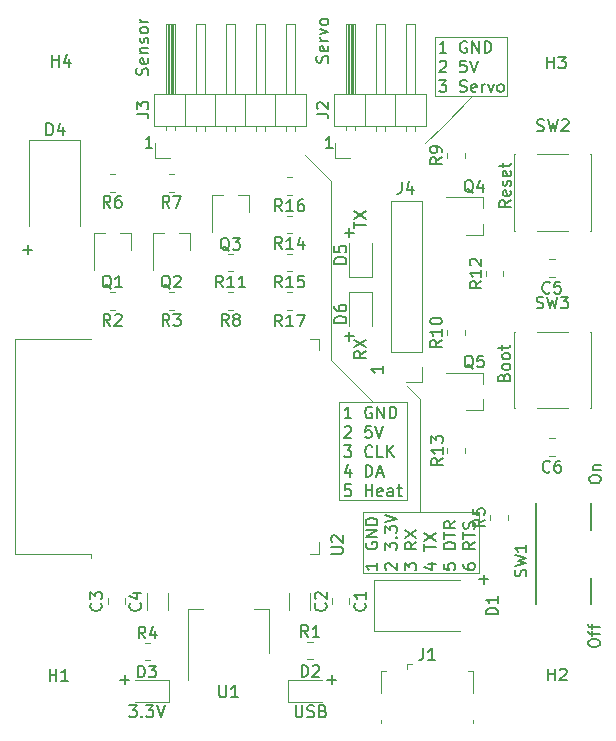
<source format=gbr>
%TF.GenerationSoftware,KiCad,Pcbnew,(5.1.10-1-10_14)*%
%TF.CreationDate,2021-06-24T14:46:10+02:00*%
%TF.ProjectId,RespiratorIF,52657370-6972-4617-946f-7249462e6b69,0.7*%
%TF.SameCoordinates,Original*%
%TF.FileFunction,Legend,Top*%
%TF.FilePolarity,Positive*%
%FSLAX46Y46*%
G04 Gerber Fmt 4.6, Leading zero omitted, Abs format (unit mm)*
G04 Created by KiCad (PCBNEW (5.1.10-1-10_14)) date 2021-06-24 14:46:10*
%MOMM*%
%LPD*%
G01*
G04 APERTURE LIST*
%ADD10C,0.150000*%
%ADD11C,0.120000*%
G04 APERTURE END LIST*
D10*
X166132980Y-77839295D02*
X165656790Y-78172628D01*
X166132980Y-78410723D02*
X165132980Y-78410723D01*
X165132980Y-78029771D01*
X165180600Y-77934533D01*
X165228219Y-77886914D01*
X165323457Y-77839295D01*
X165466314Y-77839295D01*
X165561552Y-77886914D01*
X165609171Y-77934533D01*
X165656790Y-78029771D01*
X165656790Y-78410723D01*
X166085361Y-77029771D02*
X166132980Y-77125009D01*
X166132980Y-77315485D01*
X166085361Y-77410723D01*
X165990123Y-77458342D01*
X165609171Y-77458342D01*
X165513933Y-77410723D01*
X165466314Y-77315485D01*
X165466314Y-77125009D01*
X165513933Y-77029771D01*
X165609171Y-76982152D01*
X165704409Y-76982152D01*
X165799647Y-77458342D01*
X166085361Y-76601200D02*
X166132980Y-76505961D01*
X166132980Y-76315485D01*
X166085361Y-76220247D01*
X165990123Y-76172628D01*
X165942504Y-76172628D01*
X165847266Y-76220247D01*
X165799647Y-76315485D01*
X165799647Y-76458342D01*
X165752028Y-76553580D01*
X165656790Y-76601200D01*
X165609171Y-76601200D01*
X165513933Y-76553580D01*
X165466314Y-76458342D01*
X165466314Y-76315485D01*
X165513933Y-76220247D01*
X166085361Y-75363104D02*
X166132980Y-75458342D01*
X166132980Y-75648819D01*
X166085361Y-75744057D01*
X165990123Y-75791676D01*
X165609171Y-75791676D01*
X165513933Y-75744057D01*
X165466314Y-75648819D01*
X165466314Y-75458342D01*
X165513933Y-75363104D01*
X165609171Y-75315485D01*
X165704409Y-75315485D01*
X165799647Y-75791676D01*
X165466314Y-75029771D02*
X165466314Y-74648819D01*
X165132980Y-74886914D02*
X165990123Y-74886914D01*
X166085361Y-74839295D01*
X166132980Y-74744057D01*
X166132980Y-74648819D01*
X165558371Y-92807847D02*
X165605990Y-92664990D01*
X165653609Y-92617371D01*
X165748847Y-92569752D01*
X165891704Y-92569752D01*
X165986942Y-92617371D01*
X166034561Y-92664990D01*
X166082180Y-92760228D01*
X166082180Y-93141180D01*
X165082180Y-93141180D01*
X165082180Y-92807847D01*
X165129800Y-92712609D01*
X165177419Y-92664990D01*
X165272657Y-92617371D01*
X165367895Y-92617371D01*
X165463133Y-92664990D01*
X165510752Y-92712609D01*
X165558371Y-92807847D01*
X165558371Y-93141180D01*
X166082180Y-91998323D02*
X166034561Y-92093561D01*
X165986942Y-92141180D01*
X165891704Y-92188800D01*
X165605990Y-92188800D01*
X165510752Y-92141180D01*
X165463133Y-92093561D01*
X165415514Y-91998323D01*
X165415514Y-91855466D01*
X165463133Y-91760228D01*
X165510752Y-91712609D01*
X165605990Y-91664990D01*
X165891704Y-91664990D01*
X165986942Y-91712609D01*
X166034561Y-91760228D01*
X166082180Y-91855466D01*
X166082180Y-91998323D01*
X166082180Y-91093561D02*
X166034561Y-91188800D01*
X165986942Y-91236419D01*
X165891704Y-91284038D01*
X165605990Y-91284038D01*
X165510752Y-91236419D01*
X165463133Y-91188800D01*
X165415514Y-91093561D01*
X165415514Y-90950704D01*
X165463133Y-90855466D01*
X165510752Y-90807847D01*
X165605990Y-90760228D01*
X165891704Y-90760228D01*
X165986942Y-90807847D01*
X166034561Y-90855466D01*
X166082180Y-90950704D01*
X166082180Y-91093561D01*
X165415514Y-90474514D02*
X165415514Y-90093561D01*
X165082180Y-90331657D02*
X165939323Y-90331657D01*
X166034561Y-90284038D01*
X166082180Y-90188800D01*
X166082180Y-90093561D01*
X124862847Y-82032028D02*
X125624752Y-82032028D01*
X125243800Y-82412980D02*
X125243800Y-81651076D01*
X152066247Y-89321828D02*
X152828152Y-89321828D01*
X152447200Y-89702780D02*
X152447200Y-88940876D01*
X150593047Y-118430228D02*
X151354952Y-118430228D01*
X150974000Y-118811180D02*
X150974000Y-118049276D01*
X163445447Y-109895828D02*
X164207352Y-109895828D01*
X163826400Y-110276780D02*
X163826400Y-109514876D01*
X133067047Y-118404828D02*
X133828952Y-118404828D01*
X133448000Y-118785780D02*
X133448000Y-118023876D01*
X152066247Y-80584228D02*
X152828152Y-80584228D01*
X152447200Y-80965180D02*
X152447200Y-80203276D01*
X154845180Y-108533195D02*
X154845180Y-109104623D01*
X154845180Y-108818909D02*
X153845180Y-108818909D01*
X153988038Y-108914147D01*
X154083276Y-109009385D01*
X154130895Y-109104623D01*
X153892800Y-106818909D02*
X153845180Y-106914147D01*
X153845180Y-107057004D01*
X153892800Y-107199861D01*
X153988038Y-107295100D01*
X154083276Y-107342719D01*
X154273752Y-107390338D01*
X154416609Y-107390338D01*
X154607085Y-107342719D01*
X154702323Y-107295100D01*
X154797561Y-107199861D01*
X154845180Y-107057004D01*
X154845180Y-106961766D01*
X154797561Y-106818909D01*
X154749942Y-106771290D01*
X154416609Y-106771290D01*
X154416609Y-106961766D01*
X154845180Y-106342719D02*
X153845180Y-106342719D01*
X154845180Y-105771290D01*
X153845180Y-105771290D01*
X154845180Y-105295100D02*
X153845180Y-105295100D01*
X153845180Y-105057004D01*
X153892800Y-104914147D01*
X153988038Y-104818909D01*
X154083276Y-104771290D01*
X154273752Y-104723671D01*
X154416609Y-104723671D01*
X154607085Y-104771290D01*
X154702323Y-104818909D01*
X154797561Y-104914147D01*
X154845180Y-105057004D01*
X154845180Y-105295100D01*
X155590419Y-109104623D02*
X155542800Y-109057004D01*
X155495180Y-108961766D01*
X155495180Y-108723671D01*
X155542800Y-108628433D01*
X155590419Y-108580814D01*
X155685657Y-108533195D01*
X155780895Y-108533195D01*
X155923752Y-108580814D01*
X156495180Y-109152242D01*
X156495180Y-108533195D01*
X155495180Y-107437957D02*
X155495180Y-106818909D01*
X155876133Y-107152242D01*
X155876133Y-107009385D01*
X155923752Y-106914147D01*
X155971371Y-106866528D01*
X156066609Y-106818909D01*
X156304704Y-106818909D01*
X156399942Y-106866528D01*
X156447561Y-106914147D01*
X156495180Y-107009385D01*
X156495180Y-107295100D01*
X156447561Y-107390338D01*
X156399942Y-107437957D01*
X156399942Y-106390338D02*
X156447561Y-106342719D01*
X156495180Y-106390338D01*
X156447561Y-106437957D01*
X156399942Y-106390338D01*
X156495180Y-106390338D01*
X155495180Y-106009385D02*
X155495180Y-105390338D01*
X155876133Y-105723671D01*
X155876133Y-105580814D01*
X155923752Y-105485576D01*
X155971371Y-105437957D01*
X156066609Y-105390338D01*
X156304704Y-105390338D01*
X156399942Y-105437957D01*
X156447561Y-105485576D01*
X156495180Y-105580814D01*
X156495180Y-105866528D01*
X156447561Y-105961766D01*
X156399942Y-106009385D01*
X155495180Y-105104623D02*
X156495180Y-104771290D01*
X155495180Y-104437957D01*
X157145180Y-109152242D02*
X157145180Y-108533195D01*
X157526133Y-108866528D01*
X157526133Y-108723671D01*
X157573752Y-108628433D01*
X157621371Y-108580814D01*
X157716609Y-108533195D01*
X157954704Y-108533195D01*
X158049942Y-108580814D01*
X158097561Y-108628433D01*
X158145180Y-108723671D01*
X158145180Y-109009385D01*
X158097561Y-109104623D01*
X158049942Y-109152242D01*
X158145180Y-106771290D02*
X157668990Y-107104623D01*
X158145180Y-107342719D02*
X157145180Y-107342719D01*
X157145180Y-106961766D01*
X157192800Y-106866528D01*
X157240419Y-106818909D01*
X157335657Y-106771290D01*
X157478514Y-106771290D01*
X157573752Y-106818909D01*
X157621371Y-106866528D01*
X157668990Y-106961766D01*
X157668990Y-107342719D01*
X157145180Y-106437957D02*
X158145180Y-105771290D01*
X157145180Y-105771290D02*
X158145180Y-106437957D01*
X159128514Y-108628433D02*
X159795180Y-108628433D01*
X158747561Y-108866528D02*
X159461847Y-109104623D01*
X159461847Y-108485576D01*
X158795180Y-107485576D02*
X158795180Y-106914147D01*
X159795180Y-107199861D02*
X158795180Y-107199861D01*
X158795180Y-106676052D02*
X159795180Y-106009385D01*
X158795180Y-106009385D02*
X159795180Y-106676052D01*
X160445180Y-108580814D02*
X160445180Y-109057004D01*
X160921371Y-109104623D01*
X160873752Y-109057004D01*
X160826133Y-108961766D01*
X160826133Y-108723671D01*
X160873752Y-108628433D01*
X160921371Y-108580814D01*
X161016609Y-108533195D01*
X161254704Y-108533195D01*
X161349942Y-108580814D01*
X161397561Y-108628433D01*
X161445180Y-108723671D01*
X161445180Y-108961766D01*
X161397561Y-109057004D01*
X161349942Y-109104623D01*
X161445180Y-107342719D02*
X160445180Y-107342719D01*
X160445180Y-107104623D01*
X160492800Y-106961766D01*
X160588038Y-106866528D01*
X160683276Y-106818909D01*
X160873752Y-106771290D01*
X161016609Y-106771290D01*
X161207085Y-106818909D01*
X161302323Y-106866528D01*
X161397561Y-106961766D01*
X161445180Y-107104623D01*
X161445180Y-107342719D01*
X160445180Y-106485576D02*
X160445180Y-105914147D01*
X161445180Y-106199861D02*
X160445180Y-106199861D01*
X161445180Y-105009385D02*
X160968990Y-105342719D01*
X161445180Y-105580814D02*
X160445180Y-105580814D01*
X160445180Y-105199861D01*
X160492800Y-105104623D01*
X160540419Y-105057004D01*
X160635657Y-105009385D01*
X160778514Y-105009385D01*
X160873752Y-105057004D01*
X160921371Y-105104623D01*
X160968990Y-105199861D01*
X160968990Y-105580814D01*
X162095180Y-108628433D02*
X162095180Y-108818909D01*
X162142800Y-108914147D01*
X162190419Y-108961766D01*
X162333276Y-109057004D01*
X162523752Y-109104623D01*
X162904704Y-109104623D01*
X162999942Y-109057004D01*
X163047561Y-109009385D01*
X163095180Y-108914147D01*
X163095180Y-108723671D01*
X163047561Y-108628433D01*
X162999942Y-108580814D01*
X162904704Y-108533195D01*
X162666609Y-108533195D01*
X162571371Y-108580814D01*
X162523752Y-108628433D01*
X162476133Y-108723671D01*
X162476133Y-108914147D01*
X162523752Y-109009385D01*
X162571371Y-109057004D01*
X162666609Y-109104623D01*
X163095180Y-106771290D02*
X162618990Y-107104623D01*
X163095180Y-107342719D02*
X162095180Y-107342719D01*
X162095180Y-106961766D01*
X162142800Y-106866528D01*
X162190419Y-106818909D01*
X162285657Y-106771290D01*
X162428514Y-106771290D01*
X162523752Y-106818909D01*
X162571371Y-106866528D01*
X162618990Y-106961766D01*
X162618990Y-107342719D01*
X162095180Y-106485576D02*
X162095180Y-105914147D01*
X163095180Y-106199861D02*
X162095180Y-106199861D01*
X163047561Y-105628433D02*
X163095180Y-105485576D01*
X163095180Y-105247480D01*
X163047561Y-105152242D01*
X162999942Y-105104623D01*
X162904704Y-105057004D01*
X162809466Y-105057004D01*
X162714228Y-105104623D01*
X162666609Y-105152242D01*
X162618990Y-105247480D01*
X162571371Y-105437957D01*
X162523752Y-105533195D01*
X162476133Y-105580814D01*
X162380895Y-105628433D01*
X162285657Y-105628433D01*
X162190419Y-105580814D01*
X162142800Y-105533195D01*
X162095180Y-105437957D01*
X162095180Y-105199861D01*
X162142800Y-105057004D01*
D11*
X154453800Y-94889200D02*
X150897800Y-91333200D01*
X160372000Y-71495800D02*
X162861200Y-69006600D01*
X158898800Y-72969000D02*
X160372000Y-71495800D01*
D10*
X150616761Y-66164742D02*
X150664380Y-66021885D01*
X150664380Y-65783790D01*
X150616761Y-65688552D01*
X150569142Y-65640933D01*
X150473904Y-65593314D01*
X150378666Y-65593314D01*
X150283428Y-65640933D01*
X150235809Y-65688552D01*
X150188190Y-65783790D01*
X150140571Y-65974266D01*
X150092952Y-66069504D01*
X150045333Y-66117123D01*
X149950095Y-66164742D01*
X149854857Y-66164742D01*
X149759619Y-66117123D01*
X149712000Y-66069504D01*
X149664380Y-65974266D01*
X149664380Y-65736171D01*
X149712000Y-65593314D01*
X150616761Y-64783790D02*
X150664380Y-64879028D01*
X150664380Y-65069504D01*
X150616761Y-65164742D01*
X150521523Y-65212361D01*
X150140571Y-65212361D01*
X150045333Y-65164742D01*
X149997714Y-65069504D01*
X149997714Y-64879028D01*
X150045333Y-64783790D01*
X150140571Y-64736171D01*
X150235809Y-64736171D01*
X150331047Y-65212361D01*
X150664380Y-64307600D02*
X149997714Y-64307600D01*
X150188190Y-64307600D02*
X150092952Y-64259980D01*
X150045333Y-64212361D01*
X149997714Y-64117123D01*
X149997714Y-64021885D01*
X149997714Y-63783790D02*
X150664380Y-63545695D01*
X149997714Y-63307600D01*
X150664380Y-62783790D02*
X150616761Y-62879028D01*
X150569142Y-62926647D01*
X150473904Y-62974266D01*
X150188190Y-62974266D01*
X150092952Y-62926647D01*
X150045333Y-62879028D01*
X149997714Y-62783790D01*
X149997714Y-62640933D01*
X150045333Y-62545695D01*
X150092952Y-62498076D01*
X150188190Y-62450457D01*
X150473904Y-62450457D01*
X150569142Y-62498076D01*
X150616761Y-62545695D01*
X150664380Y-62640933D01*
X150664380Y-62783790D01*
X135376761Y-67199733D02*
X135424380Y-67056876D01*
X135424380Y-66818780D01*
X135376761Y-66723542D01*
X135329142Y-66675923D01*
X135233904Y-66628304D01*
X135138666Y-66628304D01*
X135043428Y-66675923D01*
X134995809Y-66723542D01*
X134948190Y-66818780D01*
X134900571Y-67009257D01*
X134852952Y-67104495D01*
X134805333Y-67152114D01*
X134710095Y-67199733D01*
X134614857Y-67199733D01*
X134519619Y-67152114D01*
X134472000Y-67104495D01*
X134424380Y-67009257D01*
X134424380Y-66771161D01*
X134472000Y-66628304D01*
X135376761Y-65818780D02*
X135424380Y-65914019D01*
X135424380Y-66104495D01*
X135376761Y-66199733D01*
X135281523Y-66247352D01*
X134900571Y-66247352D01*
X134805333Y-66199733D01*
X134757714Y-66104495D01*
X134757714Y-65914019D01*
X134805333Y-65818780D01*
X134900571Y-65771161D01*
X134995809Y-65771161D01*
X135091047Y-66247352D01*
X134757714Y-65342590D02*
X135424380Y-65342590D01*
X134852952Y-65342590D02*
X134805333Y-65294971D01*
X134757714Y-65199733D01*
X134757714Y-65056876D01*
X134805333Y-64961638D01*
X134900571Y-64914019D01*
X135424380Y-64914019D01*
X135376761Y-64485447D02*
X135424380Y-64390209D01*
X135424380Y-64199733D01*
X135376761Y-64104495D01*
X135281523Y-64056876D01*
X135233904Y-64056876D01*
X135138666Y-64104495D01*
X135091047Y-64199733D01*
X135091047Y-64342590D01*
X135043428Y-64437828D01*
X134948190Y-64485447D01*
X134900571Y-64485447D01*
X134805333Y-64437828D01*
X134757714Y-64342590D01*
X134757714Y-64199733D01*
X134805333Y-64104495D01*
X135424380Y-63485447D02*
X135376761Y-63580685D01*
X135329142Y-63628304D01*
X135233904Y-63675923D01*
X134948190Y-63675923D01*
X134852952Y-63628304D01*
X134805333Y-63580685D01*
X134757714Y-63485447D01*
X134757714Y-63342590D01*
X134805333Y-63247352D01*
X134852952Y-63199733D01*
X134948190Y-63152114D01*
X135233904Y-63152114D01*
X135329142Y-63199733D01*
X135376761Y-63247352D01*
X135424380Y-63342590D01*
X135424380Y-63485447D01*
X135424380Y-62723542D02*
X134757714Y-62723542D01*
X134948190Y-62723542D02*
X134852952Y-62675923D01*
X134805333Y-62628304D01*
X134757714Y-62533066D01*
X134757714Y-62437828D01*
D11*
X158467000Y-94686000D02*
X158467000Y-95219400D01*
X157324000Y-93543000D02*
X158467000Y-94686000D01*
X158467000Y-104185600D02*
X158467000Y-95219400D01*
X159711600Y-64027800D02*
X159711600Y-64104000D01*
X165833000Y-64027800D02*
X159711600Y-64027800D01*
X165833000Y-69006200D02*
X165833000Y-64027800D01*
X159711600Y-69006200D02*
X165833000Y-69006200D01*
X159711600Y-64053200D02*
X159711600Y-69006200D01*
X150897800Y-76169400D02*
X150897800Y-91333200D01*
X148713400Y-73985000D02*
X150897800Y-76169400D01*
X153590200Y-104185600D02*
X153590200Y-109418000D01*
X163420000Y-104185600D02*
X153590200Y-104185600D01*
X163420000Y-109418000D02*
X163420000Y-104185600D01*
X153590200Y-109418000D02*
X163420000Y-109418000D01*
X157324000Y-94889200D02*
X151609000Y-94889200D01*
X157324000Y-103224658D02*
X157324000Y-94889200D01*
X151614285Y-103224658D02*
X157324000Y-103224658D01*
X151609000Y-94889200D02*
X151614285Y-103224658D01*
D10*
X152646204Y-96283380D02*
X152074776Y-96283380D01*
X152360490Y-96283380D02*
X152360490Y-95283380D01*
X152265252Y-95426238D01*
X152170014Y-95521476D01*
X152074776Y-95569095D01*
X154360490Y-95331000D02*
X154265252Y-95283380D01*
X154122395Y-95283380D01*
X153979538Y-95331000D01*
X153884300Y-95426238D01*
X153836680Y-95521476D01*
X153789061Y-95711952D01*
X153789061Y-95854809D01*
X153836680Y-96045285D01*
X153884300Y-96140523D01*
X153979538Y-96235761D01*
X154122395Y-96283380D01*
X154217633Y-96283380D01*
X154360490Y-96235761D01*
X154408109Y-96188142D01*
X154408109Y-95854809D01*
X154217633Y-95854809D01*
X154836680Y-96283380D02*
X154836680Y-95283380D01*
X155408109Y-96283380D01*
X155408109Y-95283380D01*
X155884300Y-96283380D02*
X155884300Y-95283380D01*
X156122395Y-95283380D01*
X156265252Y-95331000D01*
X156360490Y-95426238D01*
X156408109Y-95521476D01*
X156455728Y-95711952D01*
X156455728Y-95854809D01*
X156408109Y-96045285D01*
X156360490Y-96140523D01*
X156265252Y-96235761D01*
X156122395Y-96283380D01*
X155884300Y-96283380D01*
X152074776Y-97028619D02*
X152122395Y-96981000D01*
X152217633Y-96933380D01*
X152455728Y-96933380D01*
X152550966Y-96981000D01*
X152598585Y-97028619D01*
X152646204Y-97123857D01*
X152646204Y-97219095D01*
X152598585Y-97361952D01*
X152027157Y-97933380D01*
X152646204Y-97933380D01*
X154312871Y-96933380D02*
X153836680Y-96933380D01*
X153789061Y-97409571D01*
X153836680Y-97361952D01*
X153931919Y-97314333D01*
X154170014Y-97314333D01*
X154265252Y-97361952D01*
X154312871Y-97409571D01*
X154360490Y-97504809D01*
X154360490Y-97742904D01*
X154312871Y-97838142D01*
X154265252Y-97885761D01*
X154170014Y-97933380D01*
X153931919Y-97933380D01*
X153836680Y-97885761D01*
X153789061Y-97838142D01*
X154646204Y-96933380D02*
X154979538Y-97933380D01*
X155312871Y-96933380D01*
X152027157Y-98583380D02*
X152646204Y-98583380D01*
X152312871Y-98964333D01*
X152455728Y-98964333D01*
X152550966Y-99011952D01*
X152598585Y-99059571D01*
X152646204Y-99154809D01*
X152646204Y-99392904D01*
X152598585Y-99488142D01*
X152550966Y-99535761D01*
X152455728Y-99583380D01*
X152170014Y-99583380D01*
X152074776Y-99535761D01*
X152027157Y-99488142D01*
X154408109Y-99488142D02*
X154360490Y-99535761D01*
X154217633Y-99583380D01*
X154122395Y-99583380D01*
X153979538Y-99535761D01*
X153884300Y-99440523D01*
X153836680Y-99345285D01*
X153789061Y-99154809D01*
X153789061Y-99011952D01*
X153836680Y-98821476D01*
X153884300Y-98726238D01*
X153979538Y-98631000D01*
X154122395Y-98583380D01*
X154217633Y-98583380D01*
X154360490Y-98631000D01*
X154408109Y-98678619D01*
X155312871Y-99583380D02*
X154836680Y-99583380D01*
X154836680Y-98583380D01*
X155646204Y-99583380D02*
X155646204Y-98583380D01*
X156217633Y-99583380D02*
X155789061Y-99011952D01*
X156217633Y-98583380D02*
X155646204Y-99154809D01*
X152550966Y-100566714D02*
X152550966Y-101233380D01*
X152312871Y-100185761D02*
X152074776Y-100900047D01*
X152693823Y-100900047D01*
X153836680Y-101233380D02*
X153836680Y-100233380D01*
X154074776Y-100233380D01*
X154217633Y-100281000D01*
X154312871Y-100376238D01*
X154360490Y-100471476D01*
X154408109Y-100661952D01*
X154408109Y-100804809D01*
X154360490Y-100995285D01*
X154312871Y-101090523D01*
X154217633Y-101185761D01*
X154074776Y-101233380D01*
X153836680Y-101233380D01*
X154789061Y-100947666D02*
X155265252Y-100947666D01*
X154693823Y-101233380D02*
X155027157Y-100233380D01*
X155360490Y-101233380D01*
X152598585Y-101883380D02*
X152122395Y-101883380D01*
X152074776Y-102359571D01*
X152122395Y-102311952D01*
X152217633Y-102264333D01*
X152455728Y-102264333D01*
X152550966Y-102311952D01*
X152598585Y-102359571D01*
X152646204Y-102454809D01*
X152646204Y-102692904D01*
X152598585Y-102788142D01*
X152550966Y-102835761D01*
X152455728Y-102883380D01*
X152217633Y-102883380D01*
X152122395Y-102835761D01*
X152074776Y-102788142D01*
X153836680Y-102883380D02*
X153836680Y-101883380D01*
X153836680Y-102359571D02*
X154408109Y-102359571D01*
X154408109Y-102883380D02*
X154408109Y-101883380D01*
X155265252Y-102835761D02*
X155170014Y-102883380D01*
X154979538Y-102883380D01*
X154884300Y-102835761D01*
X154836680Y-102740523D01*
X154836680Y-102359571D01*
X154884300Y-102264333D01*
X154979538Y-102216714D01*
X155170014Y-102216714D01*
X155265252Y-102264333D01*
X155312871Y-102359571D01*
X155312871Y-102454809D01*
X154836680Y-102550047D01*
X156170014Y-102883380D02*
X156170014Y-102359571D01*
X156122395Y-102264333D01*
X156027157Y-102216714D01*
X155836680Y-102216714D01*
X155741442Y-102264333D01*
X156170014Y-102835761D02*
X156074776Y-102883380D01*
X155836680Y-102883380D01*
X155741442Y-102835761D01*
X155693823Y-102740523D01*
X155693823Y-102645285D01*
X155741442Y-102550047D01*
X155836680Y-102502428D01*
X156074776Y-102502428D01*
X156170014Y-102454809D01*
X156503347Y-102216714D02*
X156884300Y-102216714D01*
X156646204Y-101883380D02*
X156646204Y-102740523D01*
X156693823Y-102835761D01*
X156789061Y-102883380D01*
X156884300Y-102883380D01*
X151056514Y-73395980D02*
X150485085Y-73395980D01*
X150770800Y-73395980D02*
X150770800Y-72395980D01*
X150675561Y-72538838D01*
X150580323Y-72634076D01*
X150485085Y-72681695D01*
X160672604Y-65344780D02*
X160101176Y-65344780D01*
X160386890Y-65344780D02*
X160386890Y-64344780D01*
X160291652Y-64487638D01*
X160196414Y-64582876D01*
X160101176Y-64630495D01*
X162386890Y-64392400D02*
X162291652Y-64344780D01*
X162148795Y-64344780D01*
X162005938Y-64392400D01*
X161910700Y-64487638D01*
X161863080Y-64582876D01*
X161815461Y-64773352D01*
X161815461Y-64916209D01*
X161863080Y-65106685D01*
X161910700Y-65201923D01*
X162005938Y-65297161D01*
X162148795Y-65344780D01*
X162244033Y-65344780D01*
X162386890Y-65297161D01*
X162434509Y-65249542D01*
X162434509Y-64916209D01*
X162244033Y-64916209D01*
X162863080Y-65344780D02*
X162863080Y-64344780D01*
X163434509Y-65344780D01*
X163434509Y-64344780D01*
X163910700Y-65344780D02*
X163910700Y-64344780D01*
X164148795Y-64344780D01*
X164291652Y-64392400D01*
X164386890Y-64487638D01*
X164434509Y-64582876D01*
X164482128Y-64773352D01*
X164482128Y-64916209D01*
X164434509Y-65106685D01*
X164386890Y-65201923D01*
X164291652Y-65297161D01*
X164148795Y-65344780D01*
X163910700Y-65344780D01*
X160101176Y-66090019D02*
X160148795Y-66042400D01*
X160244033Y-65994780D01*
X160482128Y-65994780D01*
X160577366Y-66042400D01*
X160624985Y-66090019D01*
X160672604Y-66185257D01*
X160672604Y-66280495D01*
X160624985Y-66423352D01*
X160053557Y-66994780D01*
X160672604Y-66994780D01*
X162339271Y-65994780D02*
X161863080Y-65994780D01*
X161815461Y-66470971D01*
X161863080Y-66423352D01*
X161958319Y-66375733D01*
X162196414Y-66375733D01*
X162291652Y-66423352D01*
X162339271Y-66470971D01*
X162386890Y-66566209D01*
X162386890Y-66804304D01*
X162339271Y-66899542D01*
X162291652Y-66947161D01*
X162196414Y-66994780D01*
X161958319Y-66994780D01*
X161863080Y-66947161D01*
X161815461Y-66899542D01*
X162672604Y-65994780D02*
X163005938Y-66994780D01*
X163339271Y-65994780D01*
X160053557Y-67644780D02*
X160672604Y-67644780D01*
X160339271Y-68025733D01*
X160482128Y-68025733D01*
X160577366Y-68073352D01*
X160624985Y-68120971D01*
X160672604Y-68216209D01*
X160672604Y-68454304D01*
X160624985Y-68549542D01*
X160577366Y-68597161D01*
X160482128Y-68644780D01*
X160196414Y-68644780D01*
X160101176Y-68597161D01*
X160053557Y-68549542D01*
X161815461Y-68597161D02*
X161958319Y-68644780D01*
X162196414Y-68644780D01*
X162291652Y-68597161D01*
X162339271Y-68549542D01*
X162386890Y-68454304D01*
X162386890Y-68359066D01*
X162339271Y-68263828D01*
X162291652Y-68216209D01*
X162196414Y-68168590D01*
X162005938Y-68120971D01*
X161910700Y-68073352D01*
X161863080Y-68025733D01*
X161815461Y-67930495D01*
X161815461Y-67835257D01*
X161863080Y-67740019D01*
X161910700Y-67692400D01*
X162005938Y-67644780D01*
X162244033Y-67644780D01*
X162386890Y-67692400D01*
X163196414Y-68597161D02*
X163101176Y-68644780D01*
X162910700Y-68644780D01*
X162815461Y-68597161D01*
X162767842Y-68501923D01*
X162767842Y-68120971D01*
X162815461Y-68025733D01*
X162910700Y-67978114D01*
X163101176Y-67978114D01*
X163196414Y-68025733D01*
X163244033Y-68120971D01*
X163244033Y-68216209D01*
X162767842Y-68311447D01*
X163672604Y-68644780D02*
X163672604Y-67978114D01*
X163672604Y-68168590D02*
X163720223Y-68073352D01*
X163767842Y-68025733D01*
X163863080Y-67978114D01*
X163958319Y-67978114D01*
X164196414Y-67978114D02*
X164434509Y-68644780D01*
X164672604Y-67978114D01*
X165196414Y-68644780D02*
X165101176Y-68597161D01*
X165053557Y-68549542D01*
X165005938Y-68454304D01*
X165005938Y-68168590D01*
X165053557Y-68073352D01*
X165101176Y-68025733D01*
X165196414Y-67978114D01*
X165339271Y-67978114D01*
X165434509Y-68025733D01*
X165482128Y-68073352D01*
X165529747Y-68168590D01*
X165529747Y-68454304D01*
X165482128Y-68549542D01*
X165434509Y-68597161D01*
X165339271Y-68644780D01*
X165196414Y-68644780D01*
X135791114Y-73370580D02*
X135219685Y-73370580D01*
X135505400Y-73370580D02*
X135505400Y-72370580D01*
X135410161Y-72513438D01*
X135314923Y-72608676D01*
X135219685Y-72656295D01*
X155337980Y-91860285D02*
X155337980Y-92431714D01*
X155337980Y-92146000D02*
X154337980Y-92146000D01*
X154480838Y-92241238D01*
X154576076Y-92336476D01*
X154623695Y-92431714D01*
X172752980Y-101532819D02*
X172752980Y-101342342D01*
X172800600Y-101247104D01*
X172895838Y-101151866D01*
X173086314Y-101104247D01*
X173419647Y-101104247D01*
X173610123Y-101151866D01*
X173705361Y-101247104D01*
X173752980Y-101342342D01*
X173752980Y-101532819D01*
X173705361Y-101628057D01*
X173610123Y-101723295D01*
X173419647Y-101770914D01*
X173086314Y-101770914D01*
X172895838Y-101723295D01*
X172800600Y-101628057D01*
X172752980Y-101532819D01*
X173086314Y-100675676D02*
X173752980Y-100675676D01*
X173181552Y-100675676D02*
X173133933Y-100628057D01*
X173086314Y-100532819D01*
X173086314Y-100389961D01*
X173133933Y-100294723D01*
X173229171Y-100247104D01*
X173752980Y-100247104D01*
X172702180Y-115393266D02*
X172702180Y-115202790D01*
X172749800Y-115107552D01*
X172845038Y-115012314D01*
X173035514Y-114964695D01*
X173368847Y-114964695D01*
X173559323Y-115012314D01*
X173654561Y-115107552D01*
X173702180Y-115202790D01*
X173702180Y-115393266D01*
X173654561Y-115488504D01*
X173559323Y-115583742D01*
X173368847Y-115631361D01*
X173035514Y-115631361D01*
X172845038Y-115583742D01*
X172749800Y-115488504D01*
X172702180Y-115393266D01*
X173035514Y-114678980D02*
X173035514Y-114298028D01*
X173702180Y-114536123D02*
X172845038Y-114536123D01*
X172749800Y-114488504D01*
X172702180Y-114393266D01*
X172702180Y-114298028D01*
X173035514Y-114107552D02*
X173035514Y-113726600D01*
X173702180Y-113964695D02*
X172845038Y-113964695D01*
X172749800Y-113917076D01*
X172702180Y-113821838D01*
X172702180Y-113726600D01*
X153852380Y-90616666D02*
X153376190Y-90950000D01*
X153852380Y-91188095D02*
X152852380Y-91188095D01*
X152852380Y-90807142D01*
X152900000Y-90711904D01*
X152947619Y-90664285D01*
X153042857Y-90616666D01*
X153185714Y-90616666D01*
X153280952Y-90664285D01*
X153328571Y-90711904D01*
X153376190Y-90807142D01*
X153376190Y-91188095D01*
X152852380Y-90283333D02*
X153852380Y-89616666D01*
X152852380Y-89616666D02*
X153852380Y-90283333D01*
X152852380Y-80211904D02*
X152852380Y-79640476D01*
X153852380Y-79926190D02*
X152852380Y-79926190D01*
X152852380Y-79402380D02*
X153852380Y-78735714D01*
X152852380Y-78735714D02*
X153852380Y-79402380D01*
X133826009Y-120579780D02*
X134445057Y-120579780D01*
X134111723Y-120960733D01*
X134254580Y-120960733D01*
X134349819Y-121008352D01*
X134397438Y-121055971D01*
X134445057Y-121151209D01*
X134445057Y-121389304D01*
X134397438Y-121484542D01*
X134349819Y-121532161D01*
X134254580Y-121579780D01*
X133968866Y-121579780D01*
X133873628Y-121532161D01*
X133826009Y-121484542D01*
X134873628Y-121484542D02*
X134921247Y-121532161D01*
X134873628Y-121579780D01*
X134826009Y-121532161D01*
X134873628Y-121484542D01*
X134873628Y-121579780D01*
X135254580Y-120579780D02*
X135873628Y-120579780D01*
X135540295Y-120960733D01*
X135683152Y-120960733D01*
X135778390Y-121008352D01*
X135826009Y-121055971D01*
X135873628Y-121151209D01*
X135873628Y-121389304D01*
X135826009Y-121484542D01*
X135778390Y-121532161D01*
X135683152Y-121579780D01*
X135397438Y-121579780D01*
X135302200Y-121532161D01*
X135254580Y-121484542D01*
X136159342Y-120579780D02*
X136492676Y-121579780D01*
X136826009Y-120579780D01*
X147908695Y-120579780D02*
X147908695Y-121389304D01*
X147956314Y-121484542D01*
X148003933Y-121532161D01*
X148099171Y-121579780D01*
X148289647Y-121579780D01*
X148384885Y-121532161D01*
X148432504Y-121484542D01*
X148480123Y-121389304D01*
X148480123Y-120579780D01*
X148908695Y-121532161D02*
X149051552Y-121579780D01*
X149289647Y-121579780D01*
X149384885Y-121532161D01*
X149432504Y-121484542D01*
X149480123Y-121389304D01*
X149480123Y-121294066D01*
X149432504Y-121198828D01*
X149384885Y-121151209D01*
X149289647Y-121103590D01*
X149099171Y-121055971D01*
X149003933Y-121008352D01*
X148956314Y-120960733D01*
X148908695Y-120865495D01*
X148908695Y-120770257D01*
X148956314Y-120675019D01*
X149003933Y-120627400D01*
X149099171Y-120579780D01*
X149337266Y-120579780D01*
X149480123Y-120627400D01*
X150242028Y-121055971D02*
X150384885Y-121103590D01*
X150432504Y-121151209D01*
X150480123Y-121246447D01*
X150480123Y-121389304D01*
X150432504Y-121484542D01*
X150384885Y-121532161D01*
X150289647Y-121579780D01*
X149908695Y-121579780D01*
X149908695Y-120579780D01*
X150242028Y-120579780D01*
X150337266Y-120627400D01*
X150384885Y-120675019D01*
X150432504Y-120770257D01*
X150432504Y-120865495D01*
X150384885Y-120960733D01*
X150337266Y-121008352D01*
X150242028Y-121055971D01*
X149908695Y-121055971D01*
D11*
%TO.C,U2*%
X149155000Y-107770000D02*
X149935000Y-107770000D01*
X149935000Y-107770000D02*
X149935000Y-106770000D01*
X149155000Y-89530000D02*
X149935000Y-89530000D01*
X149935000Y-89530000D02*
X149935000Y-90530000D01*
X124190000Y-107770000D02*
X124190000Y-89530000D01*
X124190000Y-89530000D02*
X130610000Y-89530000D01*
X124190000Y-107770000D02*
X130610000Y-107770000D01*
X130610000Y-107770000D02*
X130610000Y-108150000D01*
%TO.C,D4*%
X129654400Y-72712400D02*
X125354400Y-72712400D01*
X125354400Y-72712400D02*
X125354400Y-80012400D01*
X129654400Y-72712400D02*
X129654400Y-80012400D01*
%TO.C,R12*%
X165485000Y-84253064D02*
X165485000Y-83798936D01*
X164015000Y-84253064D02*
X164015000Y-83798936D01*
%TO.C,C1*%
X152471800Y-111518948D02*
X152471800Y-112041452D01*
X151001800Y-111518948D02*
X151001800Y-112041452D01*
%TO.C,C3*%
X133471800Y-112041452D02*
X133471800Y-111518948D01*
X132001800Y-112041452D02*
X132001800Y-111518948D01*
%TO.C,C5*%
X169351248Y-82835000D02*
X169873752Y-82835000D01*
X169351248Y-84305000D02*
X169873752Y-84305000D01*
%TO.C,C6*%
X169351248Y-99455000D02*
X169873752Y-99455000D01*
X169351248Y-97985000D02*
X169873752Y-97985000D01*
%TO.C,D2*%
X147292200Y-120334800D02*
X150152200Y-120334800D01*
X147292200Y-118414800D02*
X147292200Y-120334800D01*
X150152200Y-118414800D02*
X147292200Y-118414800D01*
%TO.C,D3*%
X137162200Y-118414800D02*
X134302200Y-118414800D01*
X137162200Y-120334800D02*
X137162200Y-118414800D01*
X134302200Y-120334800D02*
X137162200Y-120334800D01*
%TO.C,D1*%
X154527400Y-109985400D02*
X161827400Y-109985400D01*
X154527400Y-114285400D02*
X161827400Y-114285400D01*
X154527400Y-109985400D02*
X154527400Y-114285400D01*
%TO.C,D5*%
X152440000Y-81450000D02*
X152440000Y-84310000D01*
X152440000Y-84310000D02*
X154360000Y-84310000D01*
X154360000Y-84310000D02*
X154360000Y-81450000D01*
%TO.C,D6*%
X154360000Y-88450000D02*
X154360000Y-85590000D01*
X154360000Y-85590000D02*
X152440000Y-85590000D01*
X152440000Y-85590000D02*
X152440000Y-88450000D01*
%TO.C,J1*%
X155150000Y-117650000D02*
X155600000Y-117650000D01*
X155150000Y-119500000D02*
X155150000Y-117650000D01*
X162950000Y-122050000D02*
X162950000Y-121800000D01*
X155150000Y-122050000D02*
X155150000Y-121800000D01*
X162950000Y-119500000D02*
X162950000Y-117650000D01*
X162950000Y-117650000D02*
X162500000Y-117650000D01*
X157350000Y-117100000D02*
X157800000Y-117100000D01*
X157350000Y-117100000D02*
X157350000Y-117550000D01*
%TO.C,J2*%
X151193400Y-71524400D02*
X158933400Y-71524400D01*
X158933400Y-71524400D02*
X158933400Y-68864400D01*
X158933400Y-68864400D02*
X151193400Y-68864400D01*
X151193400Y-68864400D02*
X151193400Y-71524400D01*
X152143400Y-68864400D02*
X152143400Y-62864400D01*
X152143400Y-62864400D02*
X152903400Y-62864400D01*
X152903400Y-62864400D02*
X152903400Y-68864400D01*
X152203400Y-68864400D02*
X152203400Y-62864400D01*
X152323400Y-68864400D02*
X152323400Y-62864400D01*
X152443400Y-68864400D02*
X152443400Y-62864400D01*
X152563400Y-68864400D02*
X152563400Y-62864400D01*
X152683400Y-68864400D02*
X152683400Y-62864400D01*
X152803400Y-68864400D02*
X152803400Y-62864400D01*
X152143400Y-71854400D02*
X152143400Y-71524400D01*
X152903400Y-71854400D02*
X152903400Y-71524400D01*
X153793400Y-71524400D02*
X153793400Y-68864400D01*
X154683400Y-68864400D02*
X154683400Y-62864400D01*
X154683400Y-62864400D02*
X155443400Y-62864400D01*
X155443400Y-62864400D02*
X155443400Y-68864400D01*
X154683400Y-71921471D02*
X154683400Y-71524400D01*
X155443400Y-71921471D02*
X155443400Y-71524400D01*
X156333400Y-71524400D02*
X156333400Y-68864400D01*
X157223400Y-68864400D02*
X157223400Y-62864400D01*
X157223400Y-62864400D02*
X157983400Y-62864400D01*
X157983400Y-62864400D02*
X157983400Y-68864400D01*
X157223400Y-71921471D02*
X157223400Y-71524400D01*
X157983400Y-71921471D02*
X157983400Y-71524400D01*
X152523400Y-74234400D02*
X151253400Y-74234400D01*
X151253400Y-74234400D02*
X151253400Y-72964400D01*
%TO.C,J3*%
X135953400Y-71524400D02*
X148773400Y-71524400D01*
X148773400Y-71524400D02*
X148773400Y-68864400D01*
X148773400Y-68864400D02*
X135953400Y-68864400D01*
X135953400Y-68864400D02*
X135953400Y-71524400D01*
X136903400Y-68864400D02*
X136903400Y-62864400D01*
X136903400Y-62864400D02*
X137663400Y-62864400D01*
X137663400Y-62864400D02*
X137663400Y-68864400D01*
X136963400Y-68864400D02*
X136963400Y-62864400D01*
X137083400Y-68864400D02*
X137083400Y-62864400D01*
X137203400Y-68864400D02*
X137203400Y-62864400D01*
X137323400Y-68864400D02*
X137323400Y-62864400D01*
X137443400Y-68864400D02*
X137443400Y-62864400D01*
X137563400Y-68864400D02*
X137563400Y-62864400D01*
X136903400Y-71854400D02*
X136903400Y-71524400D01*
X137663400Y-71854400D02*
X137663400Y-71524400D01*
X138553400Y-71524400D02*
X138553400Y-68864400D01*
X139443400Y-68864400D02*
X139443400Y-62864400D01*
X139443400Y-62864400D02*
X140203400Y-62864400D01*
X140203400Y-62864400D02*
X140203400Y-68864400D01*
X139443400Y-71921471D02*
X139443400Y-71524400D01*
X140203400Y-71921471D02*
X140203400Y-71524400D01*
X141093400Y-71524400D02*
X141093400Y-68864400D01*
X141983400Y-68864400D02*
X141983400Y-62864400D01*
X141983400Y-62864400D02*
X142743400Y-62864400D01*
X142743400Y-62864400D02*
X142743400Y-68864400D01*
X141983400Y-71921471D02*
X141983400Y-71524400D01*
X142743400Y-71921471D02*
X142743400Y-71524400D01*
X143633400Y-71524400D02*
X143633400Y-68864400D01*
X144523400Y-68864400D02*
X144523400Y-62864400D01*
X144523400Y-62864400D02*
X145283400Y-62864400D01*
X145283400Y-62864400D02*
X145283400Y-68864400D01*
X144523400Y-71921471D02*
X144523400Y-71524400D01*
X145283400Y-71921471D02*
X145283400Y-71524400D01*
X146173400Y-71524400D02*
X146173400Y-68864400D01*
X147063400Y-68864400D02*
X147063400Y-62864400D01*
X147063400Y-62864400D02*
X147823400Y-62864400D01*
X147823400Y-62864400D02*
X147823400Y-68864400D01*
X147063400Y-71921471D02*
X147063400Y-71524400D01*
X147823400Y-71921471D02*
X147823400Y-71524400D01*
X137283400Y-74234400D02*
X136013400Y-74234400D01*
X136013400Y-74234400D02*
X136013400Y-72964400D01*
%TO.C,Q1*%
X133980000Y-80590000D02*
X133050000Y-80590000D01*
X130820000Y-80590000D02*
X131750000Y-80590000D01*
X130820000Y-80590000D02*
X130820000Y-83750000D01*
X133980000Y-80590000D02*
X133980000Y-82050000D01*
%TO.C,Q2*%
X138980000Y-80590000D02*
X138980000Y-82050000D01*
X135820000Y-80590000D02*
X135820000Y-83750000D01*
X135820000Y-80590000D02*
X136750000Y-80590000D01*
X138980000Y-80590000D02*
X138050000Y-80590000D01*
%TO.C,Q3*%
X143980000Y-77340000D02*
X143050000Y-77340000D01*
X140820000Y-77340000D02*
X141750000Y-77340000D01*
X140820000Y-77340000D02*
X140820000Y-80500000D01*
X143980000Y-77340000D02*
X143980000Y-78800000D01*
%TO.C,Q4*%
X163800400Y-80742400D02*
X162340400Y-80742400D01*
X163800400Y-77582400D02*
X160640400Y-77582400D01*
X163800400Y-77582400D02*
X163800400Y-78512400D01*
X163800400Y-80742400D02*
X163800400Y-79812400D01*
%TO.C,Q5*%
X163800400Y-95601400D02*
X163800400Y-94671400D01*
X163800400Y-92441400D02*
X163800400Y-93371400D01*
X163800400Y-92441400D02*
X160640400Y-92441400D01*
X163800400Y-95601400D02*
X162340400Y-95601400D01*
%TO.C,R1*%
X149372264Y-116680800D02*
X148918136Y-116680800D01*
X149372264Y-115210800D02*
X148918136Y-115210800D01*
%TO.C,R2*%
X132172936Y-87085000D02*
X132627064Y-87085000D01*
X132172936Y-85615000D02*
X132627064Y-85615000D01*
%TO.C,R3*%
X137172936Y-85615000D02*
X137627064Y-85615000D01*
X137172936Y-87085000D02*
X137627064Y-87085000D01*
%TO.C,R4*%
X135125936Y-116782400D02*
X135580064Y-116782400D01*
X135125936Y-115312400D02*
X135580064Y-115312400D01*
%TO.C,R6*%
X132627064Y-77085000D02*
X132172936Y-77085000D01*
X132627064Y-75615000D02*
X132172936Y-75615000D01*
%TO.C,R7*%
X137172936Y-77085000D02*
X137627064Y-77085000D01*
X137172936Y-75615000D02*
X137627064Y-75615000D01*
%TO.C,R8*%
X142172936Y-87085000D02*
X142627064Y-87085000D01*
X142172936Y-85615000D02*
X142627064Y-85615000D01*
%TO.C,R9*%
X162235000Y-74253064D02*
X162235000Y-73798936D01*
X160765000Y-74253064D02*
X160765000Y-73798936D01*
%TO.C,R10*%
X162235000Y-89253064D02*
X162235000Y-88798936D01*
X160765000Y-89253064D02*
X160765000Y-88798936D01*
%TO.C,R11*%
X142627064Y-83835000D02*
X142172936Y-83835000D01*
X142627064Y-82365000D02*
X142172936Y-82365000D01*
%TO.C,R13*%
X162235000Y-98798936D02*
X162235000Y-99253064D01*
X160765000Y-98798936D02*
X160765000Y-99253064D01*
%TO.C,R14*%
X147627064Y-79115000D02*
X147172936Y-79115000D01*
X147627064Y-80585000D02*
X147172936Y-80585000D01*
%TO.C,R15*%
X147627064Y-83835000D02*
X147172936Y-83835000D01*
X147627064Y-82365000D02*
X147172936Y-82365000D01*
%TO.C,R16*%
X147172936Y-75865000D02*
X147627064Y-75865000D01*
X147172936Y-77335000D02*
X147627064Y-77335000D01*
%TO.C,R17*%
X147172936Y-85615000D02*
X147627064Y-85615000D01*
X147172936Y-87085000D02*
X147627064Y-87085000D01*
%TO.C,SW2*%
X166437400Y-73937000D02*
X166437400Y-80397000D01*
X170967400Y-73937000D02*
X168367400Y-73937000D01*
X172897400Y-73937000D02*
X172897400Y-80397000D01*
X170967400Y-80397000D02*
X168367400Y-80397000D01*
X172867400Y-73937000D02*
X172897400Y-73937000D01*
X166437400Y-73937000D02*
X166467400Y-73937000D01*
X166437400Y-80397000D02*
X166467400Y-80397000D01*
X172897400Y-80397000D02*
X172867400Y-80397000D01*
%TO.C,SW3*%
X172883600Y-95397680D02*
X172853600Y-95397680D01*
X166423600Y-95397680D02*
X166453600Y-95397680D01*
X166423600Y-88937680D02*
X166453600Y-88937680D01*
X172853600Y-88937680D02*
X172883600Y-88937680D01*
X170953600Y-95397680D02*
X168353600Y-95397680D01*
X172883600Y-88937680D02*
X172883600Y-95397680D01*
X170953600Y-88937680D02*
X168353600Y-88937680D01*
X166423600Y-88937680D02*
X166423600Y-95397680D01*
%TO.C,U1*%
X145646800Y-112395200D02*
X144386800Y-112395200D01*
X138826800Y-112395200D02*
X140086800Y-112395200D01*
X145646800Y-116155200D02*
X145646800Y-112395200D01*
X138826800Y-118405200D02*
X138826800Y-112395200D01*
%TO.C,J4*%
X158630000Y-93236000D02*
X157300000Y-93236000D01*
X158630000Y-91906000D02*
X158630000Y-93236000D01*
X158630000Y-90636000D02*
X155970000Y-90636000D01*
X155970000Y-90636000D02*
X155970000Y-77876000D01*
X158630000Y-90636000D02*
X158630000Y-77876000D01*
X158630000Y-77876000D02*
X155970000Y-77876000D01*
D10*
%TO.C,SW1*%
X168298800Y-112022800D02*
X168298800Y-103422800D01*
X172898800Y-112022800D02*
X172898800Y-109822800D01*
X172898800Y-105722800D02*
X172898800Y-103422800D01*
D11*
%TO.C,R5*%
X164386800Y-104911264D02*
X164386800Y-104457136D01*
X165856800Y-104911264D02*
X165856800Y-104457136D01*
%TO.C,C2*%
X149146800Y-111068948D02*
X149146800Y-112491452D01*
X147326800Y-111068948D02*
X147326800Y-112491452D01*
%TO.C,C4*%
X137146800Y-112491452D02*
X137146800Y-111068948D01*
X135326800Y-112491452D02*
X135326800Y-111068948D01*
%TO.C,U2*%
D10*
X150908980Y-107766904D02*
X151718504Y-107766904D01*
X151813742Y-107719285D01*
X151861361Y-107671666D01*
X151908980Y-107576428D01*
X151908980Y-107385952D01*
X151861361Y-107290714D01*
X151813742Y-107243095D01*
X151718504Y-107195476D01*
X150908980Y-107195476D01*
X151004219Y-106766904D02*
X150956600Y-106719285D01*
X150908980Y-106624047D01*
X150908980Y-106385952D01*
X150956600Y-106290714D01*
X151004219Y-106243095D01*
X151099457Y-106195476D01*
X151194695Y-106195476D01*
X151337552Y-106243095D01*
X151908980Y-106814523D01*
X151908980Y-106195476D01*
%TO.C,D4*%
X126816304Y-72314780D02*
X126816304Y-71314780D01*
X127054400Y-71314780D01*
X127197257Y-71362400D01*
X127292495Y-71457638D01*
X127340114Y-71552876D01*
X127387733Y-71743352D01*
X127387733Y-71886209D01*
X127340114Y-72076685D01*
X127292495Y-72171923D01*
X127197257Y-72267161D01*
X127054400Y-72314780D01*
X126816304Y-72314780D01*
X128244876Y-71648114D02*
X128244876Y-72314780D01*
X128006780Y-71267161D02*
X127768685Y-71981447D01*
X128387733Y-71981447D01*
%TO.C,R12*%
X163645180Y-84669857D02*
X163168990Y-85003190D01*
X163645180Y-85241285D02*
X162645180Y-85241285D01*
X162645180Y-84860333D01*
X162692800Y-84765095D01*
X162740419Y-84717476D01*
X162835657Y-84669857D01*
X162978514Y-84669857D01*
X163073752Y-84717476D01*
X163121371Y-84765095D01*
X163168990Y-84860333D01*
X163168990Y-85241285D01*
X163645180Y-83717476D02*
X163645180Y-84288904D01*
X163645180Y-84003190D02*
X162645180Y-84003190D01*
X162788038Y-84098428D01*
X162883276Y-84193666D01*
X162930895Y-84288904D01*
X162740419Y-83336523D02*
X162692800Y-83288904D01*
X162645180Y-83193666D01*
X162645180Y-82955571D01*
X162692800Y-82860333D01*
X162740419Y-82812714D01*
X162835657Y-82765095D01*
X162930895Y-82765095D01*
X163073752Y-82812714D01*
X163645180Y-83384142D01*
X163645180Y-82765095D01*
%TO.C,C1*%
X153773942Y-111946866D02*
X153821561Y-111994485D01*
X153869180Y-112137342D01*
X153869180Y-112232580D01*
X153821561Y-112375438D01*
X153726323Y-112470676D01*
X153631085Y-112518295D01*
X153440609Y-112565914D01*
X153297752Y-112565914D01*
X153107276Y-112518295D01*
X153012038Y-112470676D01*
X152916800Y-112375438D01*
X152869180Y-112232580D01*
X152869180Y-112137342D01*
X152916800Y-111994485D01*
X152964419Y-111946866D01*
X153869180Y-110994485D02*
X153869180Y-111565914D01*
X153869180Y-111280200D02*
X152869180Y-111280200D01*
X153012038Y-111375438D01*
X153107276Y-111470676D01*
X153154895Y-111565914D01*
%TO.C,C3*%
X131413942Y-111946866D02*
X131461561Y-111994485D01*
X131509180Y-112137342D01*
X131509180Y-112232580D01*
X131461561Y-112375438D01*
X131366323Y-112470676D01*
X131271085Y-112518295D01*
X131080609Y-112565914D01*
X130937752Y-112565914D01*
X130747276Y-112518295D01*
X130652038Y-112470676D01*
X130556800Y-112375438D01*
X130509180Y-112232580D01*
X130509180Y-112137342D01*
X130556800Y-111994485D01*
X130604419Y-111946866D01*
X130509180Y-111613533D02*
X130509180Y-110994485D01*
X130890133Y-111327819D01*
X130890133Y-111184961D01*
X130937752Y-111089723D01*
X130985371Y-111042104D01*
X131080609Y-110994485D01*
X131318704Y-110994485D01*
X131413942Y-111042104D01*
X131461561Y-111089723D01*
X131509180Y-111184961D01*
X131509180Y-111470676D01*
X131461561Y-111565914D01*
X131413942Y-111613533D01*
%TO.C,C5*%
X169433333Y-85627142D02*
X169385714Y-85674761D01*
X169242857Y-85722380D01*
X169147619Y-85722380D01*
X169004761Y-85674761D01*
X168909523Y-85579523D01*
X168861904Y-85484285D01*
X168814285Y-85293809D01*
X168814285Y-85150952D01*
X168861904Y-84960476D01*
X168909523Y-84865238D01*
X169004761Y-84770000D01*
X169147619Y-84722380D01*
X169242857Y-84722380D01*
X169385714Y-84770000D01*
X169433333Y-84817619D01*
X170338095Y-84722380D02*
X169861904Y-84722380D01*
X169814285Y-85198571D01*
X169861904Y-85150952D01*
X169957142Y-85103333D01*
X170195238Y-85103333D01*
X170290476Y-85150952D01*
X170338095Y-85198571D01*
X170385714Y-85293809D01*
X170385714Y-85531904D01*
X170338095Y-85627142D01*
X170290476Y-85674761D01*
X170195238Y-85722380D01*
X169957142Y-85722380D01*
X169861904Y-85674761D01*
X169814285Y-85627142D01*
%TO.C,C6*%
X169452333Y-100779342D02*
X169404714Y-100826961D01*
X169261857Y-100874580D01*
X169166619Y-100874580D01*
X169023761Y-100826961D01*
X168928523Y-100731723D01*
X168880904Y-100636485D01*
X168833285Y-100446009D01*
X168833285Y-100303152D01*
X168880904Y-100112676D01*
X168928523Y-100017438D01*
X169023761Y-99922200D01*
X169166619Y-99874580D01*
X169261857Y-99874580D01*
X169404714Y-99922200D01*
X169452333Y-99969819D01*
X170309476Y-99874580D02*
X170119000Y-99874580D01*
X170023761Y-99922200D01*
X169976142Y-99969819D01*
X169880904Y-100112676D01*
X169833285Y-100303152D01*
X169833285Y-100684104D01*
X169880904Y-100779342D01*
X169928523Y-100826961D01*
X170023761Y-100874580D01*
X170214238Y-100874580D01*
X170309476Y-100826961D01*
X170357095Y-100779342D01*
X170404714Y-100684104D01*
X170404714Y-100446009D01*
X170357095Y-100350771D01*
X170309476Y-100303152D01*
X170214238Y-100255533D01*
X170023761Y-100255533D01*
X169928523Y-100303152D01*
X169880904Y-100350771D01*
X169833285Y-100446009D01*
%TO.C,D2*%
X148414104Y-118177180D02*
X148414104Y-117177180D01*
X148652200Y-117177180D01*
X148795057Y-117224800D01*
X148890295Y-117320038D01*
X148937914Y-117415276D01*
X148985533Y-117605752D01*
X148985533Y-117748609D01*
X148937914Y-117939085D01*
X148890295Y-118034323D01*
X148795057Y-118129561D01*
X148652200Y-118177180D01*
X148414104Y-118177180D01*
X149366485Y-117272419D02*
X149414104Y-117224800D01*
X149509342Y-117177180D01*
X149747438Y-117177180D01*
X149842676Y-117224800D01*
X149890295Y-117272419D01*
X149937914Y-117367657D01*
X149937914Y-117462895D01*
X149890295Y-117605752D01*
X149318866Y-118177180D01*
X149937914Y-118177180D01*
%TO.C,D3*%
X134564104Y-118226980D02*
X134564104Y-117226980D01*
X134802200Y-117226980D01*
X134945057Y-117274600D01*
X135040295Y-117369838D01*
X135087914Y-117465076D01*
X135135533Y-117655552D01*
X135135533Y-117798409D01*
X135087914Y-117988885D01*
X135040295Y-118084123D01*
X134945057Y-118179361D01*
X134802200Y-118226980D01*
X134564104Y-118226980D01*
X135468866Y-117226980D02*
X136087914Y-117226980D01*
X135754580Y-117607933D01*
X135897438Y-117607933D01*
X135992676Y-117655552D01*
X136040295Y-117703171D01*
X136087914Y-117798409D01*
X136087914Y-118036504D01*
X136040295Y-118131742D01*
X135992676Y-118179361D01*
X135897438Y-118226980D01*
X135611723Y-118226980D01*
X135516485Y-118179361D01*
X135468866Y-118131742D01*
%TO.C,D1*%
X165040780Y-112873895D02*
X164040780Y-112873895D01*
X164040780Y-112635800D01*
X164088400Y-112492942D01*
X164183638Y-112397704D01*
X164278876Y-112350085D01*
X164469352Y-112302466D01*
X164612209Y-112302466D01*
X164802685Y-112350085D01*
X164897923Y-112397704D01*
X164993161Y-112492942D01*
X165040780Y-112635800D01*
X165040780Y-112873895D01*
X165040780Y-111350085D02*
X165040780Y-111921514D01*
X165040780Y-111635800D02*
X164040780Y-111635800D01*
X164183638Y-111731038D01*
X164278876Y-111826276D01*
X164326495Y-111921514D01*
%TO.C,D5*%
X152202380Y-83188095D02*
X151202380Y-83188095D01*
X151202380Y-82950000D01*
X151250000Y-82807142D01*
X151345238Y-82711904D01*
X151440476Y-82664285D01*
X151630952Y-82616666D01*
X151773809Y-82616666D01*
X151964285Y-82664285D01*
X152059523Y-82711904D01*
X152154761Y-82807142D01*
X152202380Y-82950000D01*
X152202380Y-83188095D01*
X151202380Y-81711904D02*
X151202380Y-82188095D01*
X151678571Y-82235714D01*
X151630952Y-82188095D01*
X151583333Y-82092857D01*
X151583333Y-81854761D01*
X151630952Y-81759523D01*
X151678571Y-81711904D01*
X151773809Y-81664285D01*
X152011904Y-81664285D01*
X152107142Y-81711904D01*
X152154761Y-81759523D01*
X152202380Y-81854761D01*
X152202380Y-82092857D01*
X152154761Y-82188095D01*
X152107142Y-82235714D01*
%TO.C,D6*%
X152202380Y-88188095D02*
X151202380Y-88188095D01*
X151202380Y-87950000D01*
X151250000Y-87807142D01*
X151345238Y-87711904D01*
X151440476Y-87664285D01*
X151630952Y-87616666D01*
X151773809Y-87616666D01*
X151964285Y-87664285D01*
X152059523Y-87711904D01*
X152154761Y-87807142D01*
X152202380Y-87950000D01*
X152202380Y-88188095D01*
X151202380Y-86759523D02*
X151202380Y-86950000D01*
X151250000Y-87045238D01*
X151297619Y-87092857D01*
X151440476Y-87188095D01*
X151630952Y-87235714D01*
X152011904Y-87235714D01*
X152107142Y-87188095D01*
X152154761Y-87140476D01*
X152202380Y-87045238D01*
X152202380Y-86854761D01*
X152154761Y-86759523D01*
X152107142Y-86711904D01*
X152011904Y-86664285D01*
X151773809Y-86664285D01*
X151678571Y-86711904D01*
X151630952Y-86759523D01*
X151583333Y-86854761D01*
X151583333Y-87045238D01*
X151630952Y-87140476D01*
X151678571Y-87188095D01*
X151773809Y-87235714D01*
%TO.C,H1*%
X127084895Y-118500780D02*
X127084895Y-117500780D01*
X127084895Y-117976971D02*
X127656323Y-117976971D01*
X127656323Y-118500780D02*
X127656323Y-117500780D01*
X128656323Y-118500780D02*
X128084895Y-118500780D01*
X128370609Y-118500780D02*
X128370609Y-117500780D01*
X128275371Y-117643638D01*
X128180133Y-117738876D01*
X128084895Y-117786495D01*
%TO.C,H2*%
X169288095Y-118475380D02*
X169288095Y-117475380D01*
X169288095Y-117951571D02*
X169859523Y-117951571D01*
X169859523Y-118475380D02*
X169859523Y-117475380D01*
X170288095Y-117570619D02*
X170335714Y-117523000D01*
X170430952Y-117475380D01*
X170669047Y-117475380D01*
X170764285Y-117523000D01*
X170811904Y-117570619D01*
X170859523Y-117665857D01*
X170859523Y-117761095D01*
X170811904Y-117903952D01*
X170240476Y-118475380D01*
X170859523Y-118475380D01*
%TO.C,H3*%
X169212695Y-66655180D02*
X169212695Y-65655180D01*
X169212695Y-66131371D02*
X169784123Y-66131371D01*
X169784123Y-66655180D02*
X169784123Y-65655180D01*
X170165076Y-65655180D02*
X170784123Y-65655180D01*
X170450790Y-66036133D01*
X170593647Y-66036133D01*
X170688885Y-66083752D01*
X170736504Y-66131371D01*
X170784123Y-66226609D01*
X170784123Y-66464704D01*
X170736504Y-66559942D01*
X170688885Y-66607561D01*
X170593647Y-66655180D01*
X170307933Y-66655180D01*
X170212695Y-66607561D01*
X170165076Y-66559942D01*
%TO.C,H4*%
X127288095Y-66500780D02*
X127288095Y-65500780D01*
X127288095Y-65976971D02*
X127859523Y-65976971D01*
X127859523Y-66500780D02*
X127859523Y-65500780D01*
X128764285Y-65834114D02*
X128764285Y-66500780D01*
X128526190Y-65453161D02*
X128288095Y-66167447D01*
X128907142Y-66167447D01*
%TO.C,J1*%
X158716666Y-115752380D02*
X158716666Y-116466666D01*
X158669047Y-116609523D01*
X158573809Y-116704761D01*
X158430952Y-116752380D01*
X158335714Y-116752380D01*
X159716666Y-116752380D02*
X159145238Y-116752380D01*
X159430952Y-116752380D02*
X159430952Y-115752380D01*
X159335714Y-115895238D01*
X159240476Y-115990476D01*
X159145238Y-116038095D01*
%TO.C,J2*%
X149689780Y-70508333D02*
X150404066Y-70508333D01*
X150546923Y-70555952D01*
X150642161Y-70651190D01*
X150689780Y-70794047D01*
X150689780Y-70889285D01*
X149785019Y-70079761D02*
X149737400Y-70032142D01*
X149689780Y-69936904D01*
X149689780Y-69698809D01*
X149737400Y-69603571D01*
X149785019Y-69555952D01*
X149880257Y-69508333D01*
X149975495Y-69508333D01*
X150118352Y-69555952D01*
X150689780Y-70127380D01*
X150689780Y-69508333D01*
%TO.C,J3*%
X134449780Y-70482933D02*
X135164066Y-70482933D01*
X135306923Y-70530552D01*
X135402161Y-70625790D01*
X135449780Y-70768647D01*
X135449780Y-70863885D01*
X134449780Y-70101980D02*
X134449780Y-69482933D01*
X134830733Y-69816266D01*
X134830733Y-69673409D01*
X134878352Y-69578171D01*
X134925971Y-69530552D01*
X135021209Y-69482933D01*
X135259304Y-69482933D01*
X135354542Y-69530552D01*
X135402161Y-69578171D01*
X135449780Y-69673409D01*
X135449780Y-69959123D01*
X135402161Y-70054361D01*
X135354542Y-70101980D01*
%TO.C,Q1*%
X132304761Y-85297619D02*
X132209523Y-85250000D01*
X132114285Y-85154761D01*
X131971428Y-85011904D01*
X131876190Y-84964285D01*
X131780952Y-84964285D01*
X131828571Y-85202380D02*
X131733333Y-85154761D01*
X131638095Y-85059523D01*
X131590476Y-84869047D01*
X131590476Y-84535714D01*
X131638095Y-84345238D01*
X131733333Y-84250000D01*
X131828571Y-84202380D01*
X132019047Y-84202380D01*
X132114285Y-84250000D01*
X132209523Y-84345238D01*
X132257142Y-84535714D01*
X132257142Y-84869047D01*
X132209523Y-85059523D01*
X132114285Y-85154761D01*
X132019047Y-85202380D01*
X131828571Y-85202380D01*
X133209523Y-85202380D02*
X132638095Y-85202380D01*
X132923809Y-85202380D02*
X132923809Y-84202380D01*
X132828571Y-84345238D01*
X132733333Y-84440476D01*
X132638095Y-84488095D01*
%TO.C,Q2*%
X137304761Y-85297619D02*
X137209523Y-85250000D01*
X137114285Y-85154761D01*
X136971428Y-85011904D01*
X136876190Y-84964285D01*
X136780952Y-84964285D01*
X136828571Y-85202380D02*
X136733333Y-85154761D01*
X136638095Y-85059523D01*
X136590476Y-84869047D01*
X136590476Y-84535714D01*
X136638095Y-84345238D01*
X136733333Y-84250000D01*
X136828571Y-84202380D01*
X137019047Y-84202380D01*
X137114285Y-84250000D01*
X137209523Y-84345238D01*
X137257142Y-84535714D01*
X137257142Y-84869047D01*
X137209523Y-85059523D01*
X137114285Y-85154761D01*
X137019047Y-85202380D01*
X136828571Y-85202380D01*
X137638095Y-84297619D02*
X137685714Y-84250000D01*
X137780952Y-84202380D01*
X138019047Y-84202380D01*
X138114285Y-84250000D01*
X138161904Y-84297619D01*
X138209523Y-84392857D01*
X138209523Y-84488095D01*
X138161904Y-84630952D01*
X137590476Y-85202380D01*
X138209523Y-85202380D01*
%TO.C,Q3*%
X142304761Y-82097619D02*
X142209523Y-82050000D01*
X142114285Y-81954761D01*
X141971428Y-81811904D01*
X141876190Y-81764285D01*
X141780952Y-81764285D01*
X141828571Y-82002380D02*
X141733333Y-81954761D01*
X141638095Y-81859523D01*
X141590476Y-81669047D01*
X141590476Y-81335714D01*
X141638095Y-81145238D01*
X141733333Y-81050000D01*
X141828571Y-81002380D01*
X142019047Y-81002380D01*
X142114285Y-81050000D01*
X142209523Y-81145238D01*
X142257142Y-81335714D01*
X142257142Y-81669047D01*
X142209523Y-81859523D01*
X142114285Y-81954761D01*
X142019047Y-82002380D01*
X141828571Y-82002380D01*
X142590476Y-81002380D02*
X143209523Y-81002380D01*
X142876190Y-81383333D01*
X143019047Y-81383333D01*
X143114285Y-81430952D01*
X143161904Y-81478571D01*
X143209523Y-81573809D01*
X143209523Y-81811904D01*
X143161904Y-81907142D01*
X143114285Y-81954761D01*
X143019047Y-82002380D01*
X142733333Y-82002380D01*
X142638095Y-81954761D01*
X142590476Y-81907142D01*
%TO.C,Q4*%
X162945161Y-77210019D02*
X162849923Y-77162400D01*
X162754685Y-77067161D01*
X162611828Y-76924304D01*
X162516590Y-76876685D01*
X162421352Y-76876685D01*
X162468971Y-77114780D02*
X162373733Y-77067161D01*
X162278495Y-76971923D01*
X162230876Y-76781447D01*
X162230876Y-76448114D01*
X162278495Y-76257638D01*
X162373733Y-76162400D01*
X162468971Y-76114780D01*
X162659447Y-76114780D01*
X162754685Y-76162400D01*
X162849923Y-76257638D01*
X162897542Y-76448114D01*
X162897542Y-76781447D01*
X162849923Y-76971923D01*
X162754685Y-77067161D01*
X162659447Y-77114780D01*
X162468971Y-77114780D01*
X163754685Y-76448114D02*
X163754685Y-77114780D01*
X163516590Y-76067161D02*
X163278495Y-76781447D01*
X163897542Y-76781447D01*
%TO.C,Q5*%
X162945161Y-92069019D02*
X162849923Y-92021400D01*
X162754685Y-91926161D01*
X162611828Y-91783304D01*
X162516590Y-91735685D01*
X162421352Y-91735685D01*
X162468971Y-91973780D02*
X162373733Y-91926161D01*
X162278495Y-91830923D01*
X162230876Y-91640447D01*
X162230876Y-91307114D01*
X162278495Y-91116638D01*
X162373733Y-91021400D01*
X162468971Y-90973780D01*
X162659447Y-90973780D01*
X162754685Y-91021400D01*
X162849923Y-91116638D01*
X162897542Y-91307114D01*
X162897542Y-91640447D01*
X162849923Y-91830923D01*
X162754685Y-91926161D01*
X162659447Y-91973780D01*
X162468971Y-91973780D01*
X163802304Y-90973780D02*
X163326114Y-90973780D01*
X163278495Y-91449971D01*
X163326114Y-91402352D01*
X163421352Y-91354733D01*
X163659447Y-91354733D01*
X163754685Y-91402352D01*
X163802304Y-91449971D01*
X163849923Y-91545209D01*
X163849923Y-91783304D01*
X163802304Y-91878542D01*
X163754685Y-91926161D01*
X163659447Y-91973780D01*
X163421352Y-91973780D01*
X163326114Y-91926161D01*
X163278495Y-91878542D01*
%TO.C,R1*%
X148978533Y-114798180D02*
X148645200Y-114321990D01*
X148407104Y-114798180D02*
X148407104Y-113798180D01*
X148788057Y-113798180D01*
X148883295Y-113845800D01*
X148930914Y-113893419D01*
X148978533Y-113988657D01*
X148978533Y-114131514D01*
X148930914Y-114226752D01*
X148883295Y-114274371D01*
X148788057Y-114321990D01*
X148407104Y-114321990D01*
X149930914Y-114798180D02*
X149359485Y-114798180D01*
X149645200Y-114798180D02*
X149645200Y-113798180D01*
X149549961Y-113941038D01*
X149454723Y-114036276D01*
X149359485Y-114083895D01*
%TO.C,R2*%
X132233333Y-88452380D02*
X131900000Y-87976190D01*
X131661904Y-88452380D02*
X131661904Y-87452380D01*
X132042857Y-87452380D01*
X132138095Y-87500000D01*
X132185714Y-87547619D01*
X132233333Y-87642857D01*
X132233333Y-87785714D01*
X132185714Y-87880952D01*
X132138095Y-87928571D01*
X132042857Y-87976190D01*
X131661904Y-87976190D01*
X132614285Y-87547619D02*
X132661904Y-87500000D01*
X132757142Y-87452380D01*
X132995238Y-87452380D01*
X133090476Y-87500000D01*
X133138095Y-87547619D01*
X133185714Y-87642857D01*
X133185714Y-87738095D01*
X133138095Y-87880952D01*
X132566666Y-88452380D01*
X133185714Y-88452380D01*
%TO.C,R3*%
X137233333Y-88452380D02*
X136900000Y-87976190D01*
X136661904Y-88452380D02*
X136661904Y-87452380D01*
X137042857Y-87452380D01*
X137138095Y-87500000D01*
X137185714Y-87547619D01*
X137233333Y-87642857D01*
X137233333Y-87785714D01*
X137185714Y-87880952D01*
X137138095Y-87928571D01*
X137042857Y-87976190D01*
X136661904Y-87976190D01*
X137566666Y-87452380D02*
X138185714Y-87452380D01*
X137852380Y-87833333D01*
X137995238Y-87833333D01*
X138090476Y-87880952D01*
X138138095Y-87928571D01*
X138185714Y-88023809D01*
X138185714Y-88261904D01*
X138138095Y-88357142D01*
X138090476Y-88404761D01*
X137995238Y-88452380D01*
X137709523Y-88452380D01*
X137614285Y-88404761D01*
X137566666Y-88357142D01*
%TO.C,R4*%
X135186333Y-114924980D02*
X134853000Y-114448790D01*
X134614904Y-114924980D02*
X134614904Y-113924980D01*
X134995857Y-113924980D01*
X135091095Y-113972600D01*
X135138714Y-114020219D01*
X135186333Y-114115457D01*
X135186333Y-114258314D01*
X135138714Y-114353552D01*
X135091095Y-114401171D01*
X134995857Y-114448790D01*
X134614904Y-114448790D01*
X136043476Y-114258314D02*
X136043476Y-114924980D01*
X135805380Y-113877361D02*
X135567285Y-114591647D01*
X136186333Y-114591647D01*
%TO.C,R6*%
X132233333Y-78452380D02*
X131900000Y-77976190D01*
X131661904Y-78452380D02*
X131661904Y-77452380D01*
X132042857Y-77452380D01*
X132138095Y-77500000D01*
X132185714Y-77547619D01*
X132233333Y-77642857D01*
X132233333Y-77785714D01*
X132185714Y-77880952D01*
X132138095Y-77928571D01*
X132042857Y-77976190D01*
X131661904Y-77976190D01*
X133090476Y-77452380D02*
X132900000Y-77452380D01*
X132804761Y-77500000D01*
X132757142Y-77547619D01*
X132661904Y-77690476D01*
X132614285Y-77880952D01*
X132614285Y-78261904D01*
X132661904Y-78357142D01*
X132709523Y-78404761D01*
X132804761Y-78452380D01*
X132995238Y-78452380D01*
X133090476Y-78404761D01*
X133138095Y-78357142D01*
X133185714Y-78261904D01*
X133185714Y-78023809D01*
X133138095Y-77928571D01*
X133090476Y-77880952D01*
X132995238Y-77833333D01*
X132804761Y-77833333D01*
X132709523Y-77880952D01*
X132661904Y-77928571D01*
X132614285Y-78023809D01*
%TO.C,R7*%
X137233333Y-78452380D02*
X136900000Y-77976190D01*
X136661904Y-78452380D02*
X136661904Y-77452380D01*
X137042857Y-77452380D01*
X137138095Y-77500000D01*
X137185714Y-77547619D01*
X137233333Y-77642857D01*
X137233333Y-77785714D01*
X137185714Y-77880952D01*
X137138095Y-77928571D01*
X137042857Y-77976190D01*
X136661904Y-77976190D01*
X137566666Y-77452380D02*
X138233333Y-77452380D01*
X137804761Y-78452380D01*
%TO.C,R8*%
X142233333Y-88452380D02*
X141900000Y-87976190D01*
X141661904Y-88452380D02*
X141661904Y-87452380D01*
X142042857Y-87452380D01*
X142138095Y-87500000D01*
X142185714Y-87547619D01*
X142233333Y-87642857D01*
X142233333Y-87785714D01*
X142185714Y-87880952D01*
X142138095Y-87928571D01*
X142042857Y-87976190D01*
X141661904Y-87976190D01*
X142804761Y-87880952D02*
X142709523Y-87833333D01*
X142661904Y-87785714D01*
X142614285Y-87690476D01*
X142614285Y-87642857D01*
X142661904Y-87547619D01*
X142709523Y-87500000D01*
X142804761Y-87452380D01*
X142995238Y-87452380D01*
X143090476Y-87500000D01*
X143138095Y-87547619D01*
X143185714Y-87642857D01*
X143185714Y-87690476D01*
X143138095Y-87785714D01*
X143090476Y-87833333D01*
X142995238Y-87880952D01*
X142804761Y-87880952D01*
X142709523Y-87928571D01*
X142661904Y-87976190D01*
X142614285Y-88071428D01*
X142614285Y-88261904D01*
X142661904Y-88357142D01*
X142709523Y-88404761D01*
X142804761Y-88452380D01*
X142995238Y-88452380D01*
X143090476Y-88404761D01*
X143138095Y-88357142D01*
X143185714Y-88261904D01*
X143185714Y-88071428D01*
X143138095Y-87976190D01*
X143090476Y-87928571D01*
X142995238Y-87880952D01*
%TO.C,R9*%
X160302380Y-74192666D02*
X159826190Y-74526000D01*
X160302380Y-74764095D02*
X159302380Y-74764095D01*
X159302380Y-74383142D01*
X159350000Y-74287904D01*
X159397619Y-74240285D01*
X159492857Y-74192666D01*
X159635714Y-74192666D01*
X159730952Y-74240285D01*
X159778571Y-74287904D01*
X159826190Y-74383142D01*
X159826190Y-74764095D01*
X160302380Y-73716476D02*
X160302380Y-73526000D01*
X160254761Y-73430761D01*
X160207142Y-73383142D01*
X160064285Y-73287904D01*
X159873809Y-73240285D01*
X159492857Y-73240285D01*
X159397619Y-73287904D01*
X159350000Y-73335523D01*
X159302380Y-73430761D01*
X159302380Y-73621238D01*
X159350000Y-73716476D01*
X159397619Y-73764095D01*
X159492857Y-73811714D01*
X159730952Y-73811714D01*
X159826190Y-73764095D01*
X159873809Y-73716476D01*
X159921428Y-73621238D01*
X159921428Y-73430761D01*
X159873809Y-73335523D01*
X159826190Y-73287904D01*
X159730952Y-73240285D01*
%TO.C,R10*%
X160302380Y-89668857D02*
X159826190Y-90002190D01*
X160302380Y-90240285D02*
X159302380Y-90240285D01*
X159302380Y-89859333D01*
X159350000Y-89764095D01*
X159397619Y-89716476D01*
X159492857Y-89668857D01*
X159635714Y-89668857D01*
X159730952Y-89716476D01*
X159778571Y-89764095D01*
X159826190Y-89859333D01*
X159826190Y-90240285D01*
X160302380Y-88716476D02*
X160302380Y-89287904D01*
X160302380Y-89002190D02*
X159302380Y-89002190D01*
X159445238Y-89097428D01*
X159540476Y-89192666D01*
X159588095Y-89287904D01*
X159302380Y-88097428D02*
X159302380Y-88002190D01*
X159350000Y-87906952D01*
X159397619Y-87859333D01*
X159492857Y-87811714D01*
X159683333Y-87764095D01*
X159921428Y-87764095D01*
X160111904Y-87811714D01*
X160207142Y-87859333D01*
X160254761Y-87906952D01*
X160302380Y-88002190D01*
X160302380Y-88097428D01*
X160254761Y-88192666D01*
X160207142Y-88240285D01*
X160111904Y-88287904D01*
X159921428Y-88335523D01*
X159683333Y-88335523D01*
X159492857Y-88287904D01*
X159397619Y-88240285D01*
X159350000Y-88192666D01*
X159302380Y-88097428D01*
%TO.C,R11*%
X141757142Y-85202380D02*
X141423809Y-84726190D01*
X141185714Y-85202380D02*
X141185714Y-84202380D01*
X141566666Y-84202380D01*
X141661904Y-84250000D01*
X141709523Y-84297619D01*
X141757142Y-84392857D01*
X141757142Y-84535714D01*
X141709523Y-84630952D01*
X141661904Y-84678571D01*
X141566666Y-84726190D01*
X141185714Y-84726190D01*
X142709523Y-85202380D02*
X142138095Y-85202380D01*
X142423809Y-85202380D02*
X142423809Y-84202380D01*
X142328571Y-84345238D01*
X142233333Y-84440476D01*
X142138095Y-84488095D01*
X143661904Y-85202380D02*
X143090476Y-85202380D01*
X143376190Y-85202380D02*
X143376190Y-84202380D01*
X143280952Y-84345238D01*
X143185714Y-84440476D01*
X143090476Y-84488095D01*
%TO.C,R13*%
X160393980Y-99668857D02*
X159917790Y-100002190D01*
X160393980Y-100240285D02*
X159393980Y-100240285D01*
X159393980Y-99859333D01*
X159441600Y-99764095D01*
X159489219Y-99716476D01*
X159584457Y-99668857D01*
X159727314Y-99668857D01*
X159822552Y-99716476D01*
X159870171Y-99764095D01*
X159917790Y-99859333D01*
X159917790Y-100240285D01*
X160393980Y-98716476D02*
X160393980Y-99287904D01*
X160393980Y-99002190D02*
X159393980Y-99002190D01*
X159536838Y-99097428D01*
X159632076Y-99192666D01*
X159679695Y-99287904D01*
X159393980Y-98383142D02*
X159393980Y-97764095D01*
X159774933Y-98097428D01*
X159774933Y-97954571D01*
X159822552Y-97859333D01*
X159870171Y-97811714D01*
X159965409Y-97764095D01*
X160203504Y-97764095D01*
X160298742Y-97811714D01*
X160346361Y-97859333D01*
X160393980Y-97954571D01*
X160393980Y-98240285D01*
X160346361Y-98335523D01*
X160298742Y-98383142D01*
%TO.C,R14*%
X146757142Y-81952380D02*
X146423809Y-81476190D01*
X146185714Y-81952380D02*
X146185714Y-80952380D01*
X146566666Y-80952380D01*
X146661904Y-81000000D01*
X146709523Y-81047619D01*
X146757142Y-81142857D01*
X146757142Y-81285714D01*
X146709523Y-81380952D01*
X146661904Y-81428571D01*
X146566666Y-81476190D01*
X146185714Y-81476190D01*
X147709523Y-81952380D02*
X147138095Y-81952380D01*
X147423809Y-81952380D02*
X147423809Y-80952380D01*
X147328571Y-81095238D01*
X147233333Y-81190476D01*
X147138095Y-81238095D01*
X148566666Y-81285714D02*
X148566666Y-81952380D01*
X148328571Y-80904761D02*
X148090476Y-81619047D01*
X148709523Y-81619047D01*
%TO.C,R15*%
X146757142Y-85202380D02*
X146423809Y-84726190D01*
X146185714Y-85202380D02*
X146185714Y-84202380D01*
X146566666Y-84202380D01*
X146661904Y-84250000D01*
X146709523Y-84297619D01*
X146757142Y-84392857D01*
X146757142Y-84535714D01*
X146709523Y-84630952D01*
X146661904Y-84678571D01*
X146566666Y-84726190D01*
X146185714Y-84726190D01*
X147709523Y-85202380D02*
X147138095Y-85202380D01*
X147423809Y-85202380D02*
X147423809Y-84202380D01*
X147328571Y-84345238D01*
X147233333Y-84440476D01*
X147138095Y-84488095D01*
X148614285Y-84202380D02*
X148138095Y-84202380D01*
X148090476Y-84678571D01*
X148138095Y-84630952D01*
X148233333Y-84583333D01*
X148471428Y-84583333D01*
X148566666Y-84630952D01*
X148614285Y-84678571D01*
X148661904Y-84773809D01*
X148661904Y-85011904D01*
X148614285Y-85107142D01*
X148566666Y-85154761D01*
X148471428Y-85202380D01*
X148233333Y-85202380D01*
X148138095Y-85154761D01*
X148090476Y-85107142D01*
%TO.C,R16*%
X146757142Y-78752380D02*
X146423809Y-78276190D01*
X146185714Y-78752380D02*
X146185714Y-77752380D01*
X146566666Y-77752380D01*
X146661904Y-77800000D01*
X146709523Y-77847619D01*
X146757142Y-77942857D01*
X146757142Y-78085714D01*
X146709523Y-78180952D01*
X146661904Y-78228571D01*
X146566666Y-78276190D01*
X146185714Y-78276190D01*
X147709523Y-78752380D02*
X147138095Y-78752380D01*
X147423809Y-78752380D02*
X147423809Y-77752380D01*
X147328571Y-77895238D01*
X147233333Y-77990476D01*
X147138095Y-78038095D01*
X148566666Y-77752380D02*
X148376190Y-77752380D01*
X148280952Y-77800000D01*
X148233333Y-77847619D01*
X148138095Y-77990476D01*
X148090476Y-78180952D01*
X148090476Y-78561904D01*
X148138095Y-78657142D01*
X148185714Y-78704761D01*
X148280952Y-78752380D01*
X148471428Y-78752380D01*
X148566666Y-78704761D01*
X148614285Y-78657142D01*
X148661904Y-78561904D01*
X148661904Y-78323809D01*
X148614285Y-78228571D01*
X148566666Y-78180952D01*
X148471428Y-78133333D01*
X148280952Y-78133333D01*
X148185714Y-78180952D01*
X148138095Y-78228571D01*
X148090476Y-78323809D01*
%TO.C,R17*%
X146757142Y-88502380D02*
X146423809Y-88026190D01*
X146185714Y-88502380D02*
X146185714Y-87502380D01*
X146566666Y-87502380D01*
X146661904Y-87550000D01*
X146709523Y-87597619D01*
X146757142Y-87692857D01*
X146757142Y-87835714D01*
X146709523Y-87930952D01*
X146661904Y-87978571D01*
X146566666Y-88026190D01*
X146185714Y-88026190D01*
X147709523Y-88502380D02*
X147138095Y-88502380D01*
X147423809Y-88502380D02*
X147423809Y-87502380D01*
X147328571Y-87645238D01*
X147233333Y-87740476D01*
X147138095Y-87788095D01*
X148042857Y-87502380D02*
X148709523Y-87502380D01*
X148280952Y-88502380D01*
%TO.C,SW2*%
X168366666Y-71924761D02*
X168509523Y-71972380D01*
X168747619Y-71972380D01*
X168842857Y-71924761D01*
X168890476Y-71877142D01*
X168938095Y-71781904D01*
X168938095Y-71686666D01*
X168890476Y-71591428D01*
X168842857Y-71543809D01*
X168747619Y-71496190D01*
X168557142Y-71448571D01*
X168461904Y-71400952D01*
X168414285Y-71353333D01*
X168366666Y-71258095D01*
X168366666Y-71162857D01*
X168414285Y-71067619D01*
X168461904Y-71020000D01*
X168557142Y-70972380D01*
X168795238Y-70972380D01*
X168938095Y-71020000D01*
X169271428Y-70972380D02*
X169509523Y-71972380D01*
X169700000Y-71258095D01*
X169890476Y-71972380D01*
X170128571Y-70972380D01*
X170461904Y-71067619D02*
X170509523Y-71020000D01*
X170604761Y-70972380D01*
X170842857Y-70972380D01*
X170938095Y-71020000D01*
X170985714Y-71067619D01*
X171033333Y-71162857D01*
X171033333Y-71258095D01*
X170985714Y-71400952D01*
X170414285Y-71972380D01*
X171033333Y-71972380D01*
%TO.C,SW3*%
X168316666Y-86924761D02*
X168459523Y-86972380D01*
X168697619Y-86972380D01*
X168792857Y-86924761D01*
X168840476Y-86877142D01*
X168888095Y-86781904D01*
X168888095Y-86686666D01*
X168840476Y-86591428D01*
X168792857Y-86543809D01*
X168697619Y-86496190D01*
X168507142Y-86448571D01*
X168411904Y-86400952D01*
X168364285Y-86353333D01*
X168316666Y-86258095D01*
X168316666Y-86162857D01*
X168364285Y-86067619D01*
X168411904Y-86020000D01*
X168507142Y-85972380D01*
X168745238Y-85972380D01*
X168888095Y-86020000D01*
X169221428Y-85972380D02*
X169459523Y-86972380D01*
X169650000Y-86258095D01*
X169840476Y-86972380D01*
X170078571Y-85972380D01*
X170364285Y-85972380D02*
X170983333Y-85972380D01*
X170650000Y-86353333D01*
X170792857Y-86353333D01*
X170888095Y-86400952D01*
X170935714Y-86448571D01*
X170983333Y-86543809D01*
X170983333Y-86781904D01*
X170935714Y-86877142D01*
X170888095Y-86924761D01*
X170792857Y-86972380D01*
X170507142Y-86972380D01*
X170411904Y-86924761D01*
X170364285Y-86877142D01*
%TO.C,U1*%
X141457095Y-118902980D02*
X141457095Y-119712504D01*
X141504714Y-119807742D01*
X141552333Y-119855361D01*
X141647571Y-119902980D01*
X141838047Y-119902980D01*
X141933285Y-119855361D01*
X141980904Y-119807742D01*
X142028523Y-119712504D01*
X142028523Y-118902980D01*
X143028523Y-119902980D02*
X142457095Y-119902980D01*
X142742809Y-119902980D02*
X142742809Y-118902980D01*
X142647571Y-119045838D01*
X142552333Y-119141076D01*
X142457095Y-119188695D01*
%TO.C,J4*%
X156889066Y-76256780D02*
X156889066Y-76971066D01*
X156841447Y-77113923D01*
X156746209Y-77209161D01*
X156603352Y-77256780D01*
X156508114Y-77256780D01*
X157793828Y-76590114D02*
X157793828Y-77256780D01*
X157555733Y-76209161D02*
X157317638Y-76923447D01*
X157936685Y-76923447D01*
%TO.C,SW1*%
X167403561Y-109656133D02*
X167451180Y-109513276D01*
X167451180Y-109275180D01*
X167403561Y-109179942D01*
X167355942Y-109132323D01*
X167260704Y-109084704D01*
X167165466Y-109084704D01*
X167070228Y-109132323D01*
X167022609Y-109179942D01*
X166974990Y-109275180D01*
X166927371Y-109465657D01*
X166879752Y-109560895D01*
X166832133Y-109608514D01*
X166736895Y-109656133D01*
X166641657Y-109656133D01*
X166546419Y-109608514D01*
X166498800Y-109560895D01*
X166451180Y-109465657D01*
X166451180Y-109227561D01*
X166498800Y-109084704D01*
X166451180Y-108751371D02*
X167451180Y-108513276D01*
X166736895Y-108322800D01*
X167451180Y-108132323D01*
X166451180Y-107894228D01*
X167451180Y-106989466D02*
X167451180Y-107560895D01*
X167451180Y-107275180D02*
X166451180Y-107275180D01*
X166594038Y-107370419D01*
X166689276Y-107465657D01*
X166736895Y-107560895D01*
%TO.C,R5*%
X163924180Y-104850866D02*
X163447990Y-105184200D01*
X163924180Y-105422295D02*
X162924180Y-105422295D01*
X162924180Y-105041342D01*
X162971800Y-104946104D01*
X163019419Y-104898485D01*
X163114657Y-104850866D01*
X163257514Y-104850866D01*
X163352752Y-104898485D01*
X163400371Y-104946104D01*
X163447990Y-105041342D01*
X163447990Y-105422295D01*
X162924180Y-103946104D02*
X162924180Y-104422295D01*
X163400371Y-104469914D01*
X163352752Y-104422295D01*
X163305133Y-104327057D01*
X163305133Y-104088961D01*
X163352752Y-103993723D01*
X163400371Y-103946104D01*
X163495609Y-103898485D01*
X163733704Y-103898485D01*
X163828942Y-103946104D01*
X163876561Y-103993723D01*
X163924180Y-104088961D01*
X163924180Y-104327057D01*
X163876561Y-104422295D01*
X163828942Y-104469914D01*
%TO.C,C2*%
X150443942Y-111946866D02*
X150491561Y-111994485D01*
X150539180Y-112137342D01*
X150539180Y-112232580D01*
X150491561Y-112375438D01*
X150396323Y-112470676D01*
X150301085Y-112518295D01*
X150110609Y-112565914D01*
X149967752Y-112565914D01*
X149777276Y-112518295D01*
X149682038Y-112470676D01*
X149586800Y-112375438D01*
X149539180Y-112232580D01*
X149539180Y-112137342D01*
X149586800Y-111994485D01*
X149634419Y-111946866D01*
X149634419Y-111565914D02*
X149586800Y-111518295D01*
X149539180Y-111423057D01*
X149539180Y-111184961D01*
X149586800Y-111089723D01*
X149634419Y-111042104D01*
X149729657Y-110994485D01*
X149824895Y-110994485D01*
X149967752Y-111042104D01*
X150539180Y-111613533D01*
X150539180Y-110994485D01*
%TO.C,C4*%
X134743942Y-111946866D02*
X134791561Y-111994485D01*
X134839180Y-112137342D01*
X134839180Y-112232580D01*
X134791561Y-112375438D01*
X134696323Y-112470676D01*
X134601085Y-112518295D01*
X134410609Y-112565914D01*
X134267752Y-112565914D01*
X134077276Y-112518295D01*
X133982038Y-112470676D01*
X133886800Y-112375438D01*
X133839180Y-112232580D01*
X133839180Y-112137342D01*
X133886800Y-111994485D01*
X133934419Y-111946866D01*
X134172514Y-111089723D02*
X134839180Y-111089723D01*
X133791561Y-111327819D02*
X134505847Y-111565914D01*
X134505847Y-110946866D01*
%TD*%
M02*

</source>
